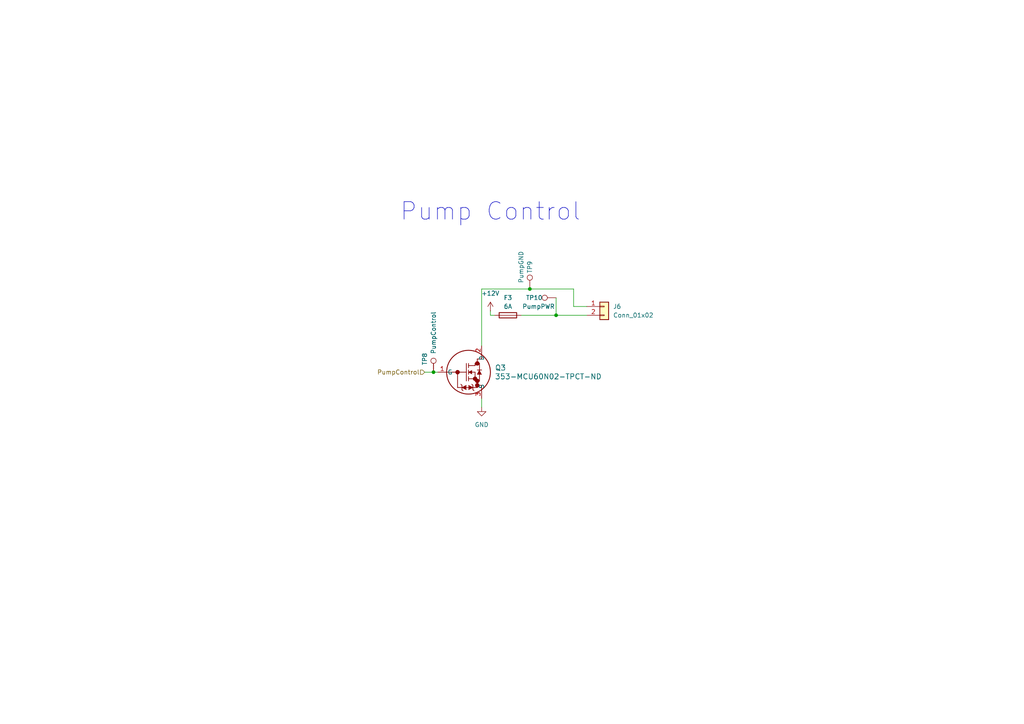
<source format=kicad_sch>
(kicad_sch (version 20250114) (generator "eeschema") (generator_version "9.0")
  (paper "A4")
  (lib_symbols
    (symbol "AO3416_1" (pin_names (offset 0.254))
      (property "Reference" "Q1" (at 16.51 1.27 0))
      (property "Value" "AO3416" (at 16.51 -1.27 0))
      (symbol "AO3416_1_0_1"
        (polyline (pts (xy 2.54 0) (xy 8.255 0)) (stroke (width 0.2032)))
        (circle (center 5.715 0) (radius 0.127) (stroke (width 0.508)))
        (polyline (pts (xy 5.715 -4.445) (xy 5.715 0)) (stroke (width 0.2032)))
        (polyline (pts (xy 5.715 -4.445) (xy 6.985 -4.445)) (stroke (width 0.2032)))
        (polyline (pts (xy 6.985 -3.81) (xy 6.6675 -3.4925)) (stroke (width 0.2032)))
        (polyline (pts (xy 6.985 -5.08) (xy 6.985 -3.81)) (stroke (width 0.2032)))
        (polyline (pts (xy 6.985 -5.08) (xy 7.3025 -5.3975)) (stroke (width 0.2032)))
        (polyline (pts (xy 8.255 -2.54) (xy 8.255 2.54)) (stroke (width 0.2032)))
        (polyline (pts (xy 8.255 -3.81) (xy 6.985 -4.445) (xy 8.255 -5.08)) (fill (type outline)))
        (polyline (pts (xy 8.89 1.905) (xy 10.795 1.905)) (stroke (width 0.2032)))
        (polyline (pts (xy 8.89 1.27) (xy 8.89 2.54)) (stroke (width 0.2032)))
        (circle (center 8.89 0) (radius 6.35) (stroke (width 0.254)))
        (polyline (pts (xy 8.89 -0.635) (xy 8.89 0.635)) (stroke (width 0.2032)))
        (polyline (pts (xy 8.89 -1.905) (xy 10.795 -1.905)) (stroke (width 0.2032)))
        (polyline (pts (xy 8.89 -2.54) (xy 8.89 -1.27)) (stroke (width 0.2032)))
        (polyline (pts (xy 8.89 -4.445) (xy 8.255 -4.445)) (stroke (width 0.2032)))
        (polyline (pts (xy 8.89 -5.08) (xy 10.16 -4.445) (xy 8.89 -3.81)) (fill (type outline)))
        (polyline (pts (xy 9.906 0.508) (xy 8.89 0) (xy 9.906 -0.508)) (fill (type outline)))
        (polyline (pts (xy 9.906 0) (xy 10.795 0)) (stroke (width 0.2032)))
        (polyline (pts (xy 10.16 -3.81) (xy 9.8425 -3.4925)) (stroke (width 0.2032)))
        (polyline (pts (xy 10.16 -3.81) (xy 10.16 -5.08)) (stroke (width 0.2032)))
        (polyline (pts (xy 10.16 -5.08) (xy 10.4775 -5.3975)) (stroke (width 0.2032)))
        (polyline (pts (xy 10.795 2.54) (xy 12.065 2.54)) (stroke (width 0.2032)))
        (polyline (pts (xy 10.795 1.905) (xy 10.795 2.54)) (stroke (width 0.2032)))
        (circle (center 10.795 -1.905) (radius 0.127) (stroke (width 0.508)))
        (polyline (pts (xy 10.795 -2.54) (xy 10.795 0)) (stroke (width 0.2032)))
        (polyline (pts (xy 10.795 -2.54) (xy 12.065 -2.54)) (stroke (width 0.2032)))
        (polyline (pts (xy 11.43 3.81) (xy 11.43 2.54)) (stroke (width 0.2032)))
        (polyline (pts (xy 11.43 3.81) (xy 12.7 3.81)) (stroke (width 0.2032)))
        (circle (center 11.43 2.54) (radius 0.127) (stroke (width 0.508)))
        (polyline (pts (xy 11.43 -2.54) (xy 11.43 -4.445)) (stroke (width 0.2032)))
        (circle (center 11.43 -2.54) (radius 0.127) (stroke (width 0.508)))
        (circle (center 11.43 -3.81) (radius 0.127) (stroke (width 0.508)))
        (polyline (pts (xy 11.43 -4.445) (xy 10.16 -4.445)) (stroke (width 0.2032)))
        (polyline (pts (xy 12.065 0.635) (xy 12.065 2.54)) (stroke (width 0.2032)))
        (polyline (pts (xy 12.065 -2.54) (xy 12.065 -0.635)) (stroke (width 0.2032)))
        (polyline (pts (xy 12.7 3.81) (xy 12.7 5.08)) (stroke (width 0.2032)))
        (polyline (pts (xy 12.7 0.635) (xy 11.43 0.635)) (stroke (width 0.2032)))
        (polyline (pts (xy 12.7 -0.635) (xy 11.43 -0.635) (xy 12.065 0.635)) (fill (type outline)))
        (polyline (pts (xy 12.7 -3.81) (xy 11.4554 -3.81)) (stroke (width 0.2032)))
        (polyline (pts (xy 12.7 -5.08) (xy 12.7 -3.81)) (stroke (width 0.2032)))
      )
      (symbol "AO3416_1_1_1"
        (pin passive line (at 0 0 0) (length 2.54) (name "G") (number "1"))
        (pin passive line (at 12.7 7.62 270) (length 2.54) (name "D") (number "2"))
        (pin passive line (at 12.7 -7.62 90) (length 2.54) (name "S") (number "3"))
      )
    )
    (symbol "Connector:TestPoint" (pin_numbers (hide yes)) (pin_names (offset 0.762) (hide yes))
      (property "Reference" "TP" (at 0 6.858 0))
      (property "Value" "TestPoint" (at 0 5.08 0))
      (symbol "TestPoint_0_1"
        (circle (center 0 3.302) (radius 0.762))
      )
      (symbol "TestPoint_1_1"
        (pin passive line (at 0 0 90) (length 2.54) (name "1") (number "1"))
      )
    )
    (symbol "Connector_Generic:Conn_01x02" (pin_names (offset 1.016) (hide yes))
      (property "Reference" "J" (at 0 2.54 0))
      (property "Value" "Conn_01x02" (at 0 -5.08 0))
      (symbol "Conn_01x02_1_1"
        (rectangle (start -1.27 1.27) (end 1.27 -3.81) (stroke (width 0.254)) (fill (type background)))
        (rectangle (start -1.27 0.127) (end 0 -0.127) (stroke (width 0.1524)))
        (rectangle (start -1.27 -2.413) (end 0 -2.667) (stroke (width 0.1524)))
        (pin passive line (at -5.08 0 0) (length 3.81) (name "Pin_1") (number "1"))
        (pin passive line (at -5.08 -2.54 0) (length 3.81) (name "Pin_2") (number "2"))
      )
    )
    (symbol "Device:Fuse" (pin_numbers (hide yes)) (pin_names (offset 0))
      (property "Reference" "F" (at 2.032 0 90))
      (property "Value" "Fuse" (at -1.905 0 90))
      (symbol "Fuse_0_1"
        (rectangle (start -0.762 -2.54) (end 0.762 2.54) (stroke (width 0.254)))
        (polyline (pts (xy 0 2.54) (xy 0 -2.54)))
      )
      (symbol "Fuse_1_1"
        (pin passive line (at 0 3.81 270) (length 1.27) (name "~") (number "1"))
        (pin passive line (at 0 -3.81 90) (length 1.27) (name "~") (number "2"))
      )
    )
    (symbol "power:+12V" (power) (pin_numbers (hide yes)) (pin_names (offset 0) (hide yes))
      (property "Value" "+12V" (at 0 3.556 0))
      (symbol "+12V_0_1"
        (polyline (pts (xy -0.762 1.27) (xy 0 2.54)))
        (polyline (pts (xy 0 2.54) (xy 0.762 1.27)))
        (polyline (pts (xy 0 0) (xy 0 2.54)))
      )
      (symbol "+12V_1_1"
        (pin power_in line (at 0 0 90) (length 0) (name "~") (number "1"))
      )
    )
    (symbol "power:GND" (power) (pin_numbers (hide yes)) (pin_names (offset 0) (hide yes))
      (property "Value" "GND" (at 0 -3.81 0))
      (symbol "GND_0_1"
        (polyline (pts (xy 0 0) (xy 0 -1.27) (xy 1.27 -1.27) (xy 0 -2.54) (xy -1.27 -1.27) (xy 0 -1.27)))
      )
      (symbol "GND_1_1"
        (pin power_in line (at 0 0 270) (length 0) (name "~") (number "1"))
      )
    )
  )
  (text "Pump Control" (at 142.24 61.468 0) (effects (font (size 5.08 5.08))))
  (junction (at 161.29 91.44))
  (junction (at 125.73 107.95))
  (junction (at 153.67 83.82))
  (wire (pts (xy 139.7 83.82) (xy 139.7 100.33)))
  (wire (pts (xy 125.73 107.95) (xy 127 107.95)))
  (wire (pts (xy 166.37 88.9) (xy 170.18 88.9)))
  (wire (pts (xy 142.24 91.44) (xy 142.24 90.17)))
  (wire (pts (xy 142.24 91.44) (xy 143.51 91.44)))
  (wire (pts (xy 139.7 115.57) (xy 139.7 118.11)))
  (wire (pts (xy 161.29 91.44) (xy 170.18 91.44)))
  (wire (pts (xy 161.29 86.36) (xy 161.29 91.44)))
  (wire (pts (xy 166.37 83.82) (xy 153.67 83.82)))
  (wire (pts (xy 166.37 88.9) (xy 166.37 83.82)))
  (wire (pts (xy 153.67 83.82) (xy 139.7 83.82)))
  (wire (pts (xy 151.13 91.44) (xy 161.29 91.44)))
  (wire (pts (xy 123.19 107.95) (xy 125.73 107.95)))
  (hierarchical_label "PumpControl" (shape input) (at 123.19 107.95 180))
  (symbol (lib_id "power:GND") (at 139.7 118.11 0) (unit 1)
    (property "Reference" "#PWR029" (effects (hide yes)))
    (property "Value" "GND" (at 139.7 123.19 0))
  )
  (symbol (lib_name "AO3416_1") (lib_id "WaterBlaster:AO3416") (at 127 107.95 0) (unit 1)
    (property "Reference" "Q3" (at 143.51 106.68 0) (effects (font (size 1.524 1.524)) (justify left)))
    (property "Value" "353-MCU60N02-TPCT-ND" (at 143.51 109.22 0) (effects (font (size 1.524 1.524)) (justify left)))
    (property "Footprint" "Package_TO_SOT_SMD:TO-252-2" (effects (hide yes)))
    (property "Datasheet" "AO3416" (effects (hide yes)))
  )
  (symbol (lib_id "Connector:TestPoint") (at 161.29 86.36 90) (unit 1)
    (property "Reference" "TP10" (at 154.94 86.36 90))
    (property "Value" "PumpPWR" (at 156.21 88.9 90))
    (property "Footprint" "TestPoint:TestPoint_THTPad_D1.0mm_Drill0.5mm" (effects (hide yes)))
    (property "Note" "GND" (effects (hide yes)))
    (property "DNP" "DNP" (effects (hide yes)))
  )
  (symbol (lib_id "Device:Fuse") (at 147.32 91.44 90) (unit 1)
    (property "Reference" "F3" (at 147.32 86.36 90))
    (property "Value" "6A" (at 147.32 88.9 90))
    (property "Footprint" "Fuse:Fuse_1206_3216Metric_Pad1.42x1.75mm_HandSolder" (effects (hide yes)))
  )
  (symbol (lib_id "power:+12V") (at 142.24 90.17 0) (unit 1)
    (property "Reference" "#PWR030" (effects (hide yes)))
    (property "Value" "+12V" (at 142.24 85.09 0))
  )
  (symbol (lib_id "Connector_Generic:Conn_01x02") (at 175.26 88.9 0) (unit 1)
    (property "Reference" "J6" (at 177.8 88.8999 0) (effects (justify left)))
    (property "Value" "Conn_01x02" (at 177.8 91.4399 0) (effects (justify left)))
    (property "Footprint" "WaterBlaster:PHOENIX_1985865" (effects (hide yes)))
    (property "Description" "Generic connector, single row, 01x02, script generated (kicad-library-utils/schlib/autogen/connector/)" (effects (hide yes)))
  )
  (symbol (lib_id "Connector:TestPoint") (at 153.67 83.82 0) (unit 1)
    (property "Reference" "TP9" (at 153.67 77.47 90))
    (property "Value" "PumpGND" (at 151.13 77.47 90))
    (property "Footprint" "TestPoint:TestPoint_THTPad_D1.0mm_Drill0.5mm" (effects (hide yes)))
    (property "Note" "GND" (effects (hide yes)))
    (property "DNP" "DNP" (effects (hide yes)))
  )
  (symbol (lib_id "Connector:TestPoint") (at 125.73 107.95 0) (unit 1)
    (property "Reference" "TP8" (at 123.19 104.14 90))
    (property "Value" "PumpControl" (at 125.73 96.52 90))
    (property "Footprint" "TestPoint:TestPoint_THTPad_D1.0mm_Drill0.5mm" (effects (hide yes)))
    (property "Note" "GND" (effects (hide yes)))
    (property "DNP" "DNP" (effects (hide yes)))
  )
)
</source>
